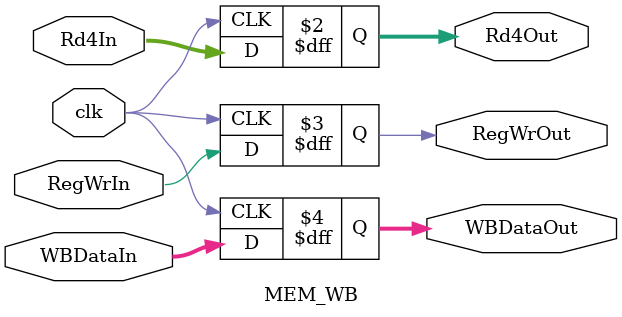
<source format=v>
module MEM_WB(
	input wire clk,
	input wire [2:0] Rd4In, output reg [2:0] Rd4Out,
	input wire RegWrIn, output reg RegWrOut,
	input wire [15:0] WBDataIn, output reg [15:0] WBDataOut
);


	always @(posedge clk) begin
	
		Rd4Out <= Rd4In;
		RegWrOut <= RegWrIn;
		WBDataOut <= WBDataIn;
	
	end

endmodule
</source>
